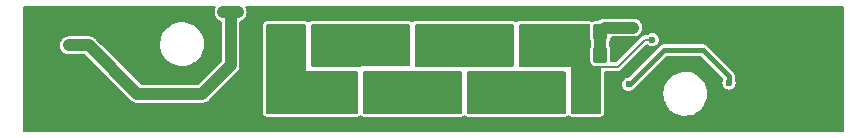
<source format=gbr>
%TF.GenerationSoftware,KiCad,Pcbnew,6.0.0*%
%TF.CreationDate,2022-01-04T22:10:12+01:00*%
%TF.ProjectId,mini_light,6d696e69-5f6c-4696-9768-742e6b696361,v1.1*%
%TF.SameCoordinates,Original*%
%TF.FileFunction,Copper,L2,Bot*%
%TF.FilePolarity,Positive*%
%FSLAX46Y46*%
G04 Gerber Fmt 4.6, Leading zero omitted, Abs format (unit mm)*
G04 Created by KiCad (PCBNEW 6.0.0) date 2022-01-04 22:10:12*
%MOMM*%
%LPD*%
G01*
G04 APERTURE LIST*
G04 Aperture macros list*
%AMRoundRect*
0 Rectangle with rounded corners*
0 $1 Rounding radius*
0 $2 $3 $4 $5 $6 $7 $8 $9 X,Y pos of 4 corners*
0 Add a 4 corners polygon primitive as box body*
4,1,4,$2,$3,$4,$5,$6,$7,$8,$9,$2,$3,0*
0 Add four circle primitives for the rounded corners*
1,1,$1+$1,$2,$3*
1,1,$1+$1,$4,$5*
1,1,$1+$1,$6,$7*
1,1,$1+$1,$8,$9*
0 Add four rect primitives between the rounded corners*
20,1,$1+$1,$2,$3,$4,$5,0*
20,1,$1+$1,$4,$5,$6,$7,0*
20,1,$1+$1,$6,$7,$8,$9,0*
20,1,$1+$1,$8,$9,$2,$3,0*%
G04 Aperture macros list end*
%TA.AperFunction,SMDPad,CuDef*%
%ADD10RoundRect,0.250000X-0.350000X-0.450000X0.350000X-0.450000X0.350000X0.450000X-0.350000X0.450000X0*%
%TD*%
%TA.AperFunction,SMDPad,CuDef*%
%ADD11R,1.650000X1.440000*%
%TD*%
%TA.AperFunction,SMDPad,CuDef*%
%ADD12R,2.060000X1.800000*%
%TD*%
%TA.AperFunction,SMDPad,CuDef*%
%ADD13R,0.790000X1.440000*%
%TD*%
%TA.AperFunction,SMDPad,CuDef*%
%ADD14R,0.600000X0.500000*%
%TD*%
%TA.AperFunction,SMDPad,CuDef*%
%ADD15R,0.990000X1.800000*%
%TD*%
%TA.AperFunction,ViaPad*%
%ADD16C,1.000000*%
%TD*%
%TA.AperFunction,ViaPad*%
%ADD17C,0.600000*%
%TD*%
%TA.AperFunction,Conductor*%
%ADD18C,1.000000*%
%TD*%
%TA.AperFunction,Conductor*%
%ADD19C,0.200000*%
%TD*%
%TA.AperFunction,Conductor*%
%ADD20C,0.450000*%
%TD*%
G04 APERTURE END LIST*
D10*
%TO.P,R2,1*%
%TO.N,Net-(D2-Pad2)*%
X132200000Y-96900000D03*
%TO.P,R2,2*%
%TO.N,+12V*%
X134200000Y-96900000D03*
%TD*%
%TO.P,R3,1*%
%TO.N,Net-(D2-Pad2)*%
X132200000Y-98800000D03*
%TO.P,R3,2*%
%TO.N,+12V*%
X134200000Y-98800000D03*
%TD*%
D11*
%TO.P,D2,1,K*%
%TO.N,Net-(D2-Pad1)*%
X130270000Y-102000000D03*
D12*
X130270000Y-102000000D03*
D13*
%TO.P,D2,2,A*%
%TO.N,Net-(D2-Pad2)*%
X132250000Y-102000000D03*
D14*
X132750000Y-102000000D03*
D15*
X132250000Y-102000000D03*
%TD*%
D11*
%TO.P,D3,1,K*%
%TO.N,Net-(D3-Pad1)*%
X121470000Y-102000000D03*
D12*
X121470000Y-102000000D03*
D14*
%TO.P,D3,2,A*%
%TO.N,Net-(D2-Pad1)*%
X123950000Y-102000000D03*
D13*
X123450000Y-102000000D03*
D15*
X123450000Y-102000000D03*
%TD*%
D12*
%TO.P,D7,1,K*%
%TO.N,Net-(D4-Pad1)*%
X108270000Y-98000000D03*
D11*
X108270000Y-98000000D03*
D15*
%TO.P,D7,2,A*%
%TO.N,Net-(D6-Pad1)*%
X110250000Y-98000000D03*
D13*
X110250000Y-98000000D03*
D14*
X110750000Y-98000000D03*
%TD*%
D11*
%TO.P,D5,1,K*%
%TO.N,Net-(D5-Pad1)*%
X125870000Y-98000000D03*
D12*
X125870000Y-98000000D03*
D13*
%TO.P,D5,2,A*%
%TO.N,Net-(D2-Pad2)*%
X127850000Y-98000000D03*
D15*
X127850000Y-98000000D03*
D14*
X128350000Y-98000000D03*
%TD*%
D11*
%TO.P,D6,1,K*%
%TO.N,Net-(D6-Pad1)*%
X117070000Y-98000000D03*
D12*
X117070000Y-98000000D03*
D14*
%TO.P,D6,2,A*%
%TO.N,Net-(D5-Pad1)*%
X119550000Y-98000000D03*
D15*
X119050000Y-98000000D03*
D13*
X119050000Y-98000000D03*
%TD*%
D12*
%TO.P,D4,1,K*%
%TO.N,Net-(D4-Pad1)*%
X112670000Y-102000000D03*
D11*
X112670000Y-102000000D03*
D14*
%TO.P,D4,2,A*%
%TO.N,Net-(D3-Pad1)*%
X115150000Y-102000000D03*
D13*
X114650000Y-102000000D03*
D15*
X114650000Y-102000000D03*
%TD*%
D16*
%TO.N,+12V*%
X135800000Y-96500000D03*
X137000000Y-96500000D03*
X102300000Y-95200000D03*
X103500000Y-95200000D03*
X89200000Y-98000000D03*
X90400000Y-98000000D03*
D17*
%TO.N,GND*%
X90155000Y-104651500D03*
X100315000Y-103381500D03*
X104125000Y-102111500D03*
X137145000Y-104651500D03*
X92695000Y-95761500D03*
X104125000Y-103381500D03*
X138415000Y-103381500D03*
X149845000Y-95761500D03*
X90155000Y-100841500D03*
X92695000Y-103381500D03*
X153655000Y-98301500D03*
X149845000Y-99571500D03*
X87615000Y-102111500D03*
X99045000Y-100841500D03*
X100400000Y-100400000D03*
X137145000Y-103381500D03*
X142225000Y-104651500D03*
X145000000Y-97300000D03*
X93965000Y-95761500D03*
X104125000Y-97031500D03*
X138415000Y-102111500D03*
X148575000Y-104651500D03*
X100315000Y-95761500D03*
X147305000Y-95761500D03*
X152385000Y-100841500D03*
X149845000Y-98301500D03*
X104125000Y-99571500D03*
X153655000Y-99571500D03*
X138400000Y-100800000D03*
X151115000Y-102111500D03*
X149845000Y-102111500D03*
X152385000Y-102111500D03*
X90155000Y-103381500D03*
X86345000Y-99571500D03*
X104125000Y-98301500D03*
X91425000Y-95761500D03*
X146035000Y-103381500D03*
X87615000Y-100841500D03*
X148575000Y-103381500D03*
X95235000Y-104651500D03*
X101585000Y-103381500D03*
X143495000Y-100841500D03*
X140900000Y-99600000D03*
X96505000Y-95761500D03*
X96505000Y-99571500D03*
X145000000Y-98900000D03*
X97775000Y-100841500D03*
X152385000Y-98301500D03*
X95235000Y-95761500D03*
X97775000Y-95761500D03*
X153655000Y-100841500D03*
X143495000Y-103381500D03*
X86345000Y-100841500D03*
X152385000Y-99571500D03*
X144765000Y-103381500D03*
X92695000Y-104651500D03*
X95300000Y-103400000D03*
X144765000Y-104651500D03*
X102855000Y-102111500D03*
X149845000Y-100841500D03*
X86345000Y-98301500D03*
X104125000Y-100841500D03*
X140955000Y-104651500D03*
X142200000Y-97600000D03*
X134100000Y-105000000D03*
X102855000Y-103381500D03*
X96505000Y-98301500D03*
X135875000Y-104651500D03*
X90155000Y-99571500D03*
X134900000Y-101800000D03*
X87615000Y-98301500D03*
X97100000Y-105000000D03*
X88885000Y-99571500D03*
X101585000Y-98301500D03*
X145600000Y-95000000D03*
X149845000Y-97031500D03*
X88885000Y-100841500D03*
X151115000Y-98301500D03*
X147305000Y-103381500D03*
X93965000Y-103381500D03*
X88885000Y-102111500D03*
X93965000Y-104651500D03*
X148575000Y-95761500D03*
X87615000Y-99571500D03*
X96505000Y-100841500D03*
X91425000Y-103381500D03*
X101585000Y-97031500D03*
X151115000Y-100841500D03*
X146035000Y-104651500D03*
X138307264Y-98358757D03*
X138415000Y-104651500D03*
X101300000Y-99500000D03*
X151115000Y-99571500D03*
X149845000Y-104651500D03*
X90155000Y-95761500D03*
X139600000Y-99600000D03*
X153655000Y-102111500D03*
X96505000Y-97031500D03*
X142225000Y-99571500D03*
X143495000Y-104651500D03*
X90155000Y-102111500D03*
X149845000Y-103381500D03*
X135600000Y-100600000D03*
X139685000Y-104651500D03*
X99045000Y-103381500D03*
X147305000Y-104651500D03*
X91425000Y-104651500D03*
X135300000Y-97700000D03*
X86345000Y-102111500D03*
%TO.N,Net-(D2-Pad1)*%
X124000000Y-101400000D03*
X125400000Y-102600000D03*
X128200000Y-102600000D03*
X131000000Y-101400000D03*
X126800000Y-101400000D03*
X131000000Y-102600000D03*
X125400000Y-101400000D03*
X130300000Y-102000000D03*
X128200000Y-101400000D03*
X129600000Y-102600000D03*
X124000000Y-102600000D03*
X129600000Y-101400000D03*
X126800000Y-102600000D03*
%TO.N,Net-(D3-Pad1)*%
X118000000Y-102600000D03*
X122200000Y-102600000D03*
X120800000Y-102600000D03*
X121500000Y-102000000D03*
X120800000Y-101400000D03*
X118000000Y-101400000D03*
X115200000Y-101400000D03*
X115200000Y-102600000D03*
X116600000Y-102600000D03*
X116600000Y-101400000D03*
X119400000Y-102600000D03*
X122200000Y-101400000D03*
X119400000Y-101400000D03*
%TO.N,Net-(D2-Pad2)*%
X138600000Y-97523415D03*
%TO.N,Net-(D5-Pad1)*%
X119600000Y-98600000D03*
X126600000Y-97400000D03*
X125900000Y-98000000D03*
X123800000Y-98600000D03*
X122400000Y-98600000D03*
X119600000Y-97400000D03*
X122400000Y-97400000D03*
X125200000Y-98600000D03*
X121000000Y-98600000D03*
X126600000Y-98600000D03*
X121000000Y-97400000D03*
X125200000Y-97400000D03*
X123800000Y-97400000D03*
%TO.N,Net-(D6-Pad1)*%
X117100000Y-98000000D03*
X110800000Y-97400000D03*
X110800000Y-98600000D03*
X116400000Y-98600000D03*
X117800000Y-97400000D03*
X115000000Y-98600000D03*
X112200000Y-97400000D03*
X112200000Y-98600000D03*
X113600000Y-97400000D03*
X113600000Y-98600000D03*
X117800000Y-98600000D03*
X115000000Y-97400000D03*
X116400000Y-97400000D03*
%TO.N,Ctrl*%
X136600000Y-101300000D03*
X145100000Y-101200000D03*
%TO.N,Net-(D4-Pad1)*%
X112000000Y-102600000D03*
X109000000Y-98600000D03*
X112000000Y-101400000D03*
X107800000Y-102600000D03*
X112700000Y-102000000D03*
X110600000Y-102600000D03*
X107600000Y-100000000D03*
X109200000Y-101400000D03*
X113400000Y-101400000D03*
X109200000Y-102600000D03*
X113400000Y-102600000D03*
X107600000Y-97400000D03*
X109000000Y-97400000D03*
X110600000Y-101400000D03*
X109000000Y-100000000D03*
X107800000Y-101400000D03*
X107600000Y-98600000D03*
X108300000Y-98000000D03*
%TD*%
D18*
%TO.N,+12V*%
X100500000Y-102100000D02*
X102900000Y-99700000D01*
X95000000Y-102100000D02*
X100500000Y-102100000D01*
X102300000Y-95200000D02*
X103500000Y-95200000D01*
X90900000Y-98000000D02*
X95000000Y-102100000D01*
X102900000Y-99700000D02*
X102900000Y-95200000D01*
X134200000Y-96900000D02*
X134600000Y-96500000D01*
X89200000Y-98000000D02*
X90900000Y-98000000D01*
X134600000Y-96500000D02*
X137000000Y-96500000D01*
X134200000Y-98800000D02*
X134200000Y-96900000D01*
D19*
%TO.N,Net-(D2-Pad2)*%
X133199520Y-99799520D02*
X132200000Y-98800000D01*
X135700480Y-99799520D02*
X133199520Y-99799520D01*
X138600000Y-97523415D02*
X137976585Y-97523415D01*
X137976585Y-97523415D02*
X135700480Y-99799520D01*
D20*
%TO.N,Ctrl*%
X136700000Y-101300000D02*
X139600000Y-98400000D01*
X145100000Y-100600000D02*
X145100000Y-101200000D01*
X136600000Y-101300000D02*
X136700000Y-101300000D01*
X142900000Y-98400000D02*
X145100000Y-100600000D01*
X139600000Y-98400000D02*
X142900000Y-98400000D01*
%TD*%
%TA.AperFunction,Conductor*%
%TO.N,GND*%
G36*
X101591234Y-94674002D02*
G01*
X101637727Y-94727658D01*
X101647831Y-94797932D01*
X101629024Y-94848256D01*
X101619909Y-94862400D01*
X101617499Y-94869021D01*
X101616626Y-94870780D01*
X101608230Y-94888725D01*
X101603368Y-94897096D01*
X101601245Y-94904104D01*
X101601245Y-94904105D01*
X101584979Y-94957811D01*
X101582796Y-94964365D01*
X101562015Y-95021463D01*
X101561132Y-95028454D01*
X101560710Y-95031794D01*
X101556296Y-95052516D01*
X101554491Y-95058475D01*
X101554490Y-95058479D01*
X101552370Y-95065480D01*
X101550585Y-95094264D01*
X101548678Y-95125004D01*
X101547928Y-95132980D01*
X101540800Y-95189399D01*
X101541488Y-95196414D01*
X101542194Y-95203619D01*
X101542553Y-95223715D01*
X101541929Y-95233767D01*
X101541929Y-95233773D01*
X101541476Y-95241080D01*
X101550931Y-95296108D01*
X101552147Y-95305127D01*
X101557318Y-95357862D01*
X101563052Y-95375098D01*
X101567671Y-95393524D01*
X101571271Y-95414477D01*
X101574134Y-95421206D01*
X101574135Y-95421209D01*
X101591636Y-95462338D01*
X101595251Y-95471893D01*
X101610748Y-95518479D01*
X101622161Y-95537323D01*
X101630319Y-95553250D01*
X101640156Y-95576368D01*
X101644495Y-95582264D01*
X101668713Y-95615173D01*
X101675007Y-95624583D01*
X101693453Y-95655040D01*
X101698435Y-95663267D01*
X101703326Y-95668332D01*
X101703327Y-95668333D01*
X101716418Y-95681889D01*
X101727262Y-95694733D01*
X101744437Y-95718071D01*
X101750021Y-95722815D01*
X101778236Y-95746786D01*
X101787292Y-95755282D01*
X101811127Y-95779964D01*
X101811131Y-95779967D01*
X101816021Y-95785031D01*
X101840923Y-95801326D01*
X101853505Y-95810731D01*
X101872941Y-95827243D01*
X101872945Y-95827246D01*
X101878520Y-95831982D01*
X101907549Y-95846805D01*
X101914601Y-95850406D01*
X101926293Y-95857191D01*
X101957660Y-95877717D01*
X101964260Y-95880171D01*
X101964261Y-95880172D01*
X101989172Y-95889436D01*
X102002556Y-95895318D01*
X102028687Y-95908662D01*
X102028693Y-95908664D01*
X102035212Y-95911993D01*
X102049449Y-95915477D01*
X102110861Y-95951094D01*
X102143270Y-96014262D01*
X102145500Y-96037865D01*
X102145500Y-99335286D01*
X102125498Y-99403407D01*
X102108595Y-99424381D01*
X100224381Y-101308595D01*
X100162069Y-101342621D01*
X100135286Y-101345500D01*
X95364714Y-101345500D01*
X95296593Y-101325498D01*
X95275619Y-101308595D01*
X91909210Y-97942186D01*
X96941018Y-97942186D01*
X96966579Y-98210100D01*
X96967664Y-98214534D01*
X96967665Y-98214540D01*
X97017877Y-98419740D01*
X97030547Y-98471518D01*
X97131583Y-98720963D01*
X97267569Y-98953210D01*
X97435658Y-99163395D01*
X97632327Y-99347113D01*
X97853457Y-99500516D01*
X98094416Y-99620391D01*
X98098750Y-99621812D01*
X98098753Y-99621813D01*
X98345823Y-99702807D01*
X98345829Y-99702808D01*
X98350156Y-99704227D01*
X98354647Y-99705007D01*
X98354648Y-99705007D01*
X98611538Y-99749611D01*
X98611546Y-99749612D01*
X98615319Y-99750267D01*
X98619156Y-99750458D01*
X98698777Y-99754422D01*
X98698785Y-99754422D01*
X98700348Y-99754500D01*
X98868374Y-99754500D01*
X98870642Y-99754335D01*
X98870654Y-99754335D01*
X99001457Y-99744844D01*
X99068425Y-99739985D01*
X99072880Y-99739001D01*
X99072883Y-99739001D01*
X99326770Y-99682947D01*
X99326772Y-99682946D01*
X99331226Y-99681963D01*
X99582900Y-99586613D01*
X99818172Y-99455931D01*
X99886995Y-99403407D01*
X100028491Y-99295421D01*
X100028495Y-99295417D01*
X100032116Y-99292654D01*
X100220249Y-99100203D01*
X100327242Y-98953210D01*
X100375942Y-98886304D01*
X100375947Y-98886297D01*
X100378630Y-98882610D01*
X100503941Y-98644433D01*
X100581578Y-98424583D01*
X100592034Y-98394975D01*
X100592034Y-98394974D01*
X100593557Y-98390662D01*
X100626956Y-98221209D01*
X100644720Y-98131083D01*
X100644721Y-98131077D01*
X100645601Y-98126611D01*
X100646247Y-98113642D01*
X100658755Y-97862383D01*
X100658755Y-97862377D01*
X100658982Y-97857814D01*
X100633421Y-97589900D01*
X100622425Y-97544960D01*
X100570539Y-97332920D01*
X100569453Y-97328482D01*
X100468417Y-97079037D01*
X100332431Y-96846790D01*
X100212272Y-96696538D01*
X100167194Y-96640171D01*
X100167193Y-96640169D01*
X100164342Y-96636605D01*
X99967673Y-96452887D01*
X99746543Y-96299484D01*
X99505584Y-96179609D01*
X99501250Y-96178188D01*
X99501247Y-96178187D01*
X99254177Y-96097193D01*
X99254171Y-96097192D01*
X99249844Y-96095773D01*
X99228229Y-96092020D01*
X98988462Y-96050389D01*
X98988454Y-96050388D01*
X98984681Y-96049733D01*
X98974718Y-96049237D01*
X98901223Y-96045578D01*
X98901215Y-96045578D01*
X98899652Y-96045500D01*
X98731626Y-96045500D01*
X98729358Y-96045665D01*
X98729346Y-96045665D01*
X98598543Y-96055156D01*
X98531575Y-96060015D01*
X98527120Y-96060999D01*
X98527117Y-96060999D01*
X98273230Y-96117053D01*
X98273228Y-96117054D01*
X98268774Y-96118037D01*
X98017100Y-96213387D01*
X98013114Y-96215601D01*
X98013112Y-96215602D01*
X97785821Y-96341851D01*
X97781828Y-96344069D01*
X97778196Y-96346841D01*
X97571509Y-96504579D01*
X97571505Y-96504583D01*
X97567884Y-96507346D01*
X97379751Y-96699797D01*
X97377066Y-96703486D01*
X97224058Y-96913696D01*
X97224053Y-96913703D01*
X97221370Y-96917390D01*
X97096059Y-97155567D01*
X97006443Y-97409338D01*
X96984609Y-97520117D01*
X96955428Y-97668169D01*
X96954399Y-97673389D01*
X96954172Y-97677942D01*
X96954172Y-97677945D01*
X96941374Y-97935041D01*
X96941018Y-97942186D01*
X91909210Y-97942186D01*
X91480724Y-97513700D01*
X91468337Y-97499287D01*
X91459904Y-97487828D01*
X91455563Y-97481929D01*
X91415521Y-97447911D01*
X91408005Y-97440981D01*
X91402362Y-97435338D01*
X91380202Y-97417806D01*
X91376816Y-97415030D01*
X91370117Y-97409338D01*
X91321480Y-97368018D01*
X91314960Y-97364689D01*
X91309982Y-97361369D01*
X91304909Y-97358236D01*
X91299167Y-97353693D01*
X91254721Y-97332920D01*
X91233383Y-97322947D01*
X91229433Y-97321016D01*
X91171307Y-97291336D01*
X91164788Y-97288007D01*
X91157678Y-97286267D01*
X91152058Y-97284177D01*
X91146407Y-97282297D01*
X91139778Y-97279199D01*
X91132614Y-97277709D01*
X91132611Y-97277708D01*
X91075770Y-97265886D01*
X91068686Y-97264413D01*
X91064427Y-97263449D01*
X90993892Y-97246189D01*
X90988295Y-97245842D01*
X90988290Y-97245841D01*
X90982786Y-97245500D01*
X90982788Y-97245466D01*
X90978729Y-97245223D01*
X90974695Y-97244863D01*
X90967527Y-97243372D01*
X90952708Y-97243773D01*
X90890585Y-97245454D01*
X90887177Y-97245500D01*
X90452667Y-97245500D01*
X90437748Y-97244614D01*
X90427332Y-97243372D01*
X90405301Y-97240745D01*
X90398298Y-97241481D01*
X90398297Y-97241481D01*
X90366623Y-97244810D01*
X90353453Y-97245500D01*
X89252667Y-97245500D01*
X89237748Y-97244614D01*
X89227332Y-97243372D01*
X89205301Y-97240745D01*
X89198298Y-97241481D01*
X89198295Y-97241481D01*
X89163537Y-97245134D01*
X89159054Y-97245500D01*
X89155947Y-97245500D01*
X89152301Y-97245925D01*
X89152302Y-97245925D01*
X89119079Y-97249798D01*
X89117659Y-97249956D01*
X89043959Y-97257702D01*
X89043958Y-97257702D01*
X89036957Y-97258438D01*
X89033092Y-97259753D01*
X89032512Y-97259890D01*
X89025246Y-97260738D01*
X88951635Y-97287458D01*
X88949252Y-97288295D01*
X88876717Y-97312988D01*
X88871772Y-97316030D01*
X88868517Y-97317383D01*
X88866742Y-97318272D01*
X88859866Y-97320768D01*
X88797940Y-97361369D01*
X88797395Y-97361726D01*
X88794332Y-97363671D01*
X88738545Y-97397991D01*
X88738538Y-97397996D01*
X88732544Y-97401684D01*
X88727515Y-97406608D01*
X88724206Y-97409194D01*
X88720451Y-97411884D01*
X88718849Y-97413223D01*
X88712732Y-97417234D01*
X88707699Y-97422546D01*
X88707700Y-97422546D01*
X88663902Y-97468780D01*
X88660587Y-97472150D01*
X88618158Y-97513700D01*
X88611605Y-97520117D01*
X88607787Y-97526042D01*
X88603337Y-97531498D01*
X88603123Y-97531323D01*
X88600418Y-97534770D01*
X88596771Y-97539646D01*
X88591736Y-97544960D01*
X88588059Y-97551290D01*
X88588057Y-97551293D01*
X88557976Y-97603081D01*
X88554935Y-97608050D01*
X88519909Y-97662400D01*
X88517499Y-97669021D01*
X88516626Y-97670780D01*
X88508230Y-97688725D01*
X88503368Y-97697096D01*
X88501245Y-97704104D01*
X88501245Y-97704105D01*
X88484979Y-97757811D01*
X88482796Y-97764365D01*
X88462015Y-97821463D01*
X88461132Y-97828454D01*
X88460710Y-97831794D01*
X88456296Y-97852516D01*
X88454491Y-97858475D01*
X88454490Y-97858479D01*
X88452370Y-97865480D01*
X88448829Y-97922575D01*
X88448678Y-97925004D01*
X88447928Y-97932980D01*
X88440800Y-97989399D01*
X88441488Y-97996414D01*
X88442194Y-98003619D01*
X88442553Y-98023715D01*
X88441929Y-98033767D01*
X88441929Y-98033773D01*
X88441476Y-98041080D01*
X88450931Y-98096108D01*
X88452147Y-98105127D01*
X88457318Y-98157862D01*
X88463052Y-98175098D01*
X88467671Y-98193524D01*
X88471271Y-98214477D01*
X88474134Y-98221206D01*
X88474135Y-98221209D01*
X88491636Y-98262338D01*
X88495251Y-98271893D01*
X88510748Y-98318479D01*
X88522161Y-98337323D01*
X88530319Y-98353250D01*
X88540156Y-98376368D01*
X88544495Y-98382264D01*
X88568713Y-98415173D01*
X88575007Y-98424583D01*
X88598435Y-98463267D01*
X88603326Y-98468332D01*
X88603327Y-98468333D01*
X88616418Y-98481889D01*
X88627262Y-98494733D01*
X88644437Y-98518071D01*
X88650021Y-98522815D01*
X88678236Y-98546786D01*
X88687292Y-98555282D01*
X88711127Y-98579964D01*
X88711131Y-98579967D01*
X88716021Y-98585031D01*
X88740923Y-98601326D01*
X88753505Y-98610731D01*
X88772941Y-98627243D01*
X88772945Y-98627246D01*
X88778520Y-98631982D01*
X88785034Y-98635308D01*
X88814601Y-98650406D01*
X88826293Y-98657191D01*
X88857660Y-98677717D01*
X88864260Y-98680171D01*
X88864261Y-98680172D01*
X88889172Y-98689436D01*
X88902556Y-98695318D01*
X88928687Y-98708662D01*
X88928693Y-98708664D01*
X88935212Y-98711993D01*
X88970842Y-98720711D01*
X88984791Y-98724996D01*
X89016315Y-98736720D01*
X89040859Y-98739995D01*
X89053472Y-98741678D01*
X89066754Y-98744182D01*
X89100651Y-98752476D01*
X89100655Y-98752477D01*
X89106108Y-98753811D01*
X89111705Y-98754158D01*
X89111710Y-98754159D01*
X89115275Y-98754380D01*
X89115284Y-98754380D01*
X89117214Y-98754500D01*
X89141204Y-98754500D01*
X89157868Y-98755607D01*
X89177118Y-98758176D01*
X89177122Y-98758176D01*
X89184099Y-98759107D01*
X89191110Y-98758469D01*
X89191114Y-98758469D01*
X89229020Y-98755019D01*
X89240439Y-98754500D01*
X90341204Y-98754500D01*
X90357868Y-98755607D01*
X90377118Y-98758176D01*
X90377122Y-98758176D01*
X90384099Y-98759107D01*
X90391110Y-98758469D01*
X90391114Y-98758469D01*
X90429020Y-98755019D01*
X90440439Y-98754500D01*
X90535285Y-98754500D01*
X90603406Y-98774502D01*
X90624380Y-98791405D01*
X94419279Y-102586304D01*
X94431666Y-102600716D01*
X94444437Y-102618071D01*
X94453369Y-102625659D01*
X94484472Y-102652083D01*
X94491988Y-102659013D01*
X94497638Y-102664663D01*
X94500507Y-102666933D01*
X94500515Y-102666940D01*
X94519786Y-102682186D01*
X94523186Y-102684973D01*
X94535819Y-102695705D01*
X94578520Y-102731982D01*
X94585036Y-102735309D01*
X94590004Y-102738622D01*
X94595090Y-102741763D01*
X94600833Y-102746307D01*
X94607467Y-102749407D01*
X94607466Y-102749407D01*
X94666617Y-102777053D01*
X94670567Y-102778984D01*
X94735212Y-102811993D01*
X94742322Y-102813733D01*
X94747934Y-102815820D01*
X94753591Y-102817702D01*
X94760222Y-102820801D01*
X94767387Y-102822291D01*
X94767389Y-102822292D01*
X94831328Y-102835591D01*
X94835612Y-102836561D01*
X94906108Y-102853811D01*
X94911710Y-102854159D01*
X94911713Y-102854159D01*
X94917214Y-102854500D01*
X94917212Y-102854534D01*
X94921250Y-102854777D01*
X94925311Y-102855139D01*
X94932473Y-102856629D01*
X95009452Y-102854546D01*
X95012860Y-102854500D01*
X100433235Y-102854500D01*
X100452185Y-102855933D01*
X100466255Y-102858074D01*
X100466259Y-102858074D01*
X100473489Y-102859174D01*
X100480780Y-102858581D01*
X100480783Y-102858581D01*
X100525848Y-102854915D01*
X100536063Y-102854500D01*
X100544053Y-102854500D01*
X100551302Y-102853655D01*
X100572113Y-102851229D01*
X100576487Y-102850796D01*
X100641549Y-102845504D01*
X100641552Y-102845503D01*
X100648847Y-102844910D01*
X100655809Y-102842655D01*
X100661677Y-102841482D01*
X100667484Y-102840110D01*
X100674754Y-102839262D01*
X100743060Y-102814468D01*
X100747163Y-102813060D01*
X100816222Y-102790688D01*
X100822479Y-102786891D01*
X100827926Y-102784398D01*
X100833254Y-102781730D01*
X100840134Y-102779232D01*
X100900849Y-102739426D01*
X100904559Y-102737085D01*
X100961838Y-102702327D01*
X100961840Y-102702325D01*
X100966633Y-102699417D01*
X100974974Y-102692051D01*
X100974996Y-102692076D01*
X100978041Y-102689376D01*
X100981146Y-102686780D01*
X100987268Y-102682766D01*
X101040216Y-102626873D01*
X101042593Y-102624432D01*
X103386304Y-100280721D01*
X103400717Y-100268334D01*
X103412172Y-100259904D01*
X103418071Y-100255563D01*
X103452083Y-100215528D01*
X103459013Y-100208012D01*
X103464663Y-100202362D01*
X103466933Y-100199493D01*
X103466940Y-100199485D01*
X103482186Y-100180214D01*
X103484973Y-100176814D01*
X103527247Y-100127054D01*
X103527248Y-100127052D01*
X103531982Y-100121480D01*
X103535309Y-100114964D01*
X103538622Y-100109996D01*
X103541763Y-100104910D01*
X103546307Y-100099167D01*
X103577053Y-100033383D01*
X103578984Y-100029433D01*
X103608664Y-99971307D01*
X103611993Y-99964788D01*
X103613733Y-99957678D01*
X103615820Y-99952066D01*
X103617702Y-99946409D01*
X103620801Y-99939778D01*
X103635592Y-99868667D01*
X103636562Y-99864383D01*
X103652476Y-99799346D01*
X103653811Y-99793892D01*
X103654500Y-99782786D01*
X103654534Y-99782788D01*
X103654777Y-99778750D01*
X103655139Y-99774689D01*
X103656629Y-99767527D01*
X103654546Y-99690548D01*
X103654500Y-99687140D01*
X103654500Y-96034922D01*
X103674502Y-95966801D01*
X103728158Y-95920308D01*
X103737509Y-95916483D01*
X103742906Y-95914524D01*
X103746961Y-95913130D01*
X103806960Y-95893635D01*
X103806963Y-95893634D01*
X103813659Y-95891458D01*
X103819708Y-95887852D01*
X103826123Y-95884942D01*
X103826307Y-95885348D01*
X103826766Y-95885130D01*
X103826706Y-95885009D01*
X103833259Y-95881728D01*
X103840134Y-95879232D01*
X103846251Y-95875221D01*
X103846258Y-95875218D01*
X103897630Y-95841537D01*
X103902196Y-95838681D01*
X103952995Y-95808398D01*
X103953000Y-95808394D01*
X103959056Y-95804784D01*
X103964163Y-95799920D01*
X103969765Y-95795668D01*
X103969787Y-95795697D01*
X103980465Y-95787226D01*
X103981151Y-95786777D01*
X103981154Y-95786774D01*
X103987268Y-95782766D01*
X103992296Y-95777458D01*
X103992300Y-95777455D01*
X104031943Y-95735606D01*
X104036524Y-95731013D01*
X104045133Y-95722815D01*
X104081638Y-95688052D01*
X104086543Y-95680669D01*
X104100014Y-95663749D01*
X104103228Y-95660356D01*
X104108264Y-95655040D01*
X104138984Y-95602152D01*
X104142990Y-95595711D01*
X104171414Y-95552930D01*
X104171418Y-95552923D01*
X104175311Y-95547063D01*
X104179833Y-95535159D01*
X104188665Y-95516621D01*
X104192955Y-95509235D01*
X104192956Y-95509233D01*
X104196632Y-95502904D01*
X104213265Y-95447985D01*
X104216051Y-95439815D01*
X104235420Y-95388824D01*
X104236400Y-95381854D01*
X104236401Y-95381848D01*
X104237731Y-95372380D01*
X104241912Y-95353397D01*
X104247630Y-95334520D01*
X104249453Y-95305135D01*
X104250945Y-95281093D01*
X104251929Y-95271361D01*
X104258426Y-95225126D01*
X104258978Y-95221200D01*
X104259274Y-95200000D01*
X104258373Y-95191967D01*
X104257829Y-95170118D01*
X104258524Y-95158920D01*
X104248039Y-95097901D01*
X104247004Y-95090608D01*
X104241191Y-95038783D01*
X104240406Y-95031784D01*
X104236469Y-95020479D01*
X104231284Y-95000393D01*
X104229968Y-94992734D01*
X104228729Y-94985523D01*
X104205972Y-94932042D01*
X104202927Y-94924158D01*
X104187056Y-94878584D01*
X104187054Y-94878580D01*
X104184738Y-94871929D01*
X104178784Y-94862400D01*
X104176349Y-94858502D01*
X104167265Y-94841072D01*
X104162271Y-94829336D01*
X104154004Y-94758822D01*
X104185171Y-94695032D01*
X104245878Y-94658219D01*
X104278211Y-94654000D01*
X154720000Y-94654000D01*
X154788121Y-94674002D01*
X154834614Y-94727658D01*
X154846000Y-94780000D01*
X154846000Y-105220000D01*
X154825998Y-105288121D01*
X154772342Y-105334614D01*
X154720000Y-105346000D01*
X85480000Y-105346000D01*
X85411879Y-105325998D01*
X85365386Y-105272342D01*
X85354000Y-105220000D01*
X85354000Y-103674000D01*
X105646000Y-103674000D01*
X105646360Y-103677347D01*
X105646360Y-103677351D01*
X105648851Y-103700516D01*
X105651804Y-103727990D01*
X105652522Y-103731290D01*
X105652522Y-103731291D01*
X105656567Y-103749884D01*
X105663190Y-103780332D01*
X105670384Y-103806555D01*
X105678263Y-103820391D01*
X105716362Y-103887298D01*
X105716365Y-103887302D01*
X105719425Y-103892676D01*
X105728204Y-103902807D01*
X105761604Y-103941353D01*
X105765918Y-103946332D01*
X105798502Y-103977773D01*
X105886319Y-104023709D01*
X105954440Y-104043711D01*
X105958899Y-104044352D01*
X105958903Y-104044353D01*
X105980639Y-104047478D01*
X106026000Y-104054000D01*
X113574000Y-104054000D01*
X113577347Y-104053640D01*
X113577351Y-104053640D01*
X113624626Y-104048558D01*
X113624633Y-104048557D01*
X113627990Y-104048196D01*
X113631291Y-104047478D01*
X113678678Y-104037170D01*
X113678685Y-104037168D01*
X113680332Y-104036810D01*
X113706555Y-104029616D01*
X113747320Y-104006403D01*
X113787298Y-103983638D01*
X113787302Y-103983635D01*
X113792676Y-103980575D01*
X113797351Y-103976524D01*
X113797354Y-103976522D01*
X113815566Y-103960741D01*
X113880147Y-103931248D01*
X113950421Y-103941353D01*
X113985568Y-103965293D01*
X113992019Y-103971518D01*
X113992021Y-103971520D01*
X113998502Y-103977773D01*
X114086319Y-104023709D01*
X114154440Y-104043711D01*
X114158899Y-104044352D01*
X114158903Y-104044353D01*
X114180639Y-104047478D01*
X114226000Y-104054000D01*
X122374000Y-104054000D01*
X122377347Y-104053640D01*
X122377351Y-104053640D01*
X122424626Y-104048558D01*
X122424633Y-104048557D01*
X122427990Y-104048196D01*
X122431291Y-104047478D01*
X122478678Y-104037170D01*
X122478685Y-104037168D01*
X122480332Y-104036810D01*
X122506555Y-104029616D01*
X122547320Y-104006403D01*
X122587298Y-103983638D01*
X122587302Y-103983635D01*
X122592676Y-103980575D01*
X122597351Y-103976524D01*
X122597354Y-103976522D01*
X122615566Y-103960741D01*
X122680147Y-103931248D01*
X122750421Y-103941353D01*
X122785568Y-103965293D01*
X122792019Y-103971518D01*
X122792021Y-103971520D01*
X122798502Y-103977773D01*
X122886319Y-104023709D01*
X122954440Y-104043711D01*
X122958899Y-104044352D01*
X122958903Y-104044353D01*
X122980639Y-104047478D01*
X123026000Y-104054000D01*
X131174000Y-104054000D01*
X131177347Y-104053640D01*
X131177351Y-104053640D01*
X131224626Y-104048558D01*
X131224633Y-104048557D01*
X131227990Y-104048196D01*
X131231291Y-104047478D01*
X131278678Y-104037170D01*
X131278685Y-104037168D01*
X131280332Y-104036810D01*
X131306555Y-104029616D01*
X131347320Y-104006403D01*
X131387298Y-103983638D01*
X131387302Y-103983635D01*
X131392676Y-103980575D01*
X131397351Y-103976524D01*
X131397354Y-103976522D01*
X131415566Y-103960741D01*
X131480147Y-103931248D01*
X131550421Y-103941353D01*
X131585568Y-103965293D01*
X131592019Y-103971518D01*
X131592021Y-103971520D01*
X131598502Y-103977773D01*
X131686319Y-104023709D01*
X131754440Y-104043711D01*
X131758899Y-104044352D01*
X131758903Y-104044353D01*
X131780639Y-104047478D01*
X131826000Y-104054000D01*
X134174000Y-104054000D01*
X134177347Y-104053640D01*
X134177351Y-104053640D01*
X134224626Y-104048558D01*
X134224633Y-104048557D01*
X134227990Y-104048196D01*
X134231291Y-104047478D01*
X134278678Y-104037170D01*
X134278685Y-104037168D01*
X134280332Y-104036810D01*
X134306555Y-104029616D01*
X134347320Y-104006403D01*
X134387298Y-103983638D01*
X134387302Y-103983635D01*
X134392676Y-103980575D01*
X134427433Y-103950458D01*
X134444209Y-103935922D01*
X134444214Y-103935917D01*
X134446332Y-103934082D01*
X134477773Y-103901498D01*
X134523709Y-103813681D01*
X134543711Y-103745560D01*
X134554000Y-103674000D01*
X134554000Y-102142186D01*
X139541018Y-102142186D01*
X139566579Y-102410100D01*
X139630547Y-102671518D01*
X139731583Y-102920963D01*
X139867569Y-103153210D01*
X140035658Y-103363395D01*
X140232327Y-103547113D01*
X140453457Y-103700516D01*
X140694416Y-103820391D01*
X140698750Y-103821812D01*
X140698753Y-103821813D01*
X140945823Y-103902807D01*
X140945829Y-103902808D01*
X140950156Y-103904227D01*
X140954647Y-103905007D01*
X140954648Y-103905007D01*
X141211538Y-103949611D01*
X141211546Y-103949612D01*
X141215319Y-103950267D01*
X141219156Y-103950458D01*
X141298777Y-103954422D01*
X141298785Y-103954422D01*
X141300348Y-103954500D01*
X141468374Y-103954500D01*
X141470642Y-103954335D01*
X141470654Y-103954335D01*
X141610208Y-103944209D01*
X141668425Y-103939985D01*
X141672880Y-103939001D01*
X141672883Y-103939001D01*
X141926770Y-103882947D01*
X141926772Y-103882946D01*
X141931226Y-103881963D01*
X142182900Y-103786613D01*
X142256810Y-103745560D01*
X142414179Y-103658149D01*
X142414180Y-103658148D01*
X142418172Y-103655931D01*
X142564842Y-103543996D01*
X142628491Y-103495421D01*
X142628495Y-103495417D01*
X142632116Y-103492654D01*
X142820249Y-103300203D01*
X142927242Y-103153210D01*
X142975942Y-103086304D01*
X142975947Y-103086297D01*
X142978630Y-103082610D01*
X143103941Y-102844433D01*
X143193557Y-102590662D01*
X143218688Y-102463156D01*
X143244720Y-102331083D01*
X143244721Y-102331077D01*
X143245601Y-102326611D01*
X143254782Y-102142186D01*
X143258755Y-102062383D01*
X143258755Y-102062377D01*
X143258982Y-102057814D01*
X143233421Y-101789900D01*
X143232065Y-101784355D01*
X143170539Y-101532920D01*
X143169453Y-101528482D01*
X143068417Y-101279037D01*
X142932431Y-101046790D01*
X142764342Y-100836605D01*
X142567673Y-100652887D01*
X142346543Y-100499484D01*
X142105584Y-100379609D01*
X142101250Y-100378188D01*
X142101247Y-100378187D01*
X141854177Y-100297193D01*
X141854171Y-100297192D01*
X141849844Y-100295773D01*
X141801379Y-100287358D01*
X141588462Y-100250389D01*
X141588454Y-100250388D01*
X141584681Y-100249733D01*
X141574718Y-100249237D01*
X141501223Y-100245578D01*
X141501215Y-100245578D01*
X141499652Y-100245500D01*
X141331626Y-100245500D01*
X141329358Y-100245665D01*
X141329346Y-100245665D01*
X141198543Y-100255156D01*
X141131575Y-100260015D01*
X141127120Y-100260999D01*
X141127117Y-100260999D01*
X140873230Y-100317053D01*
X140873228Y-100317054D01*
X140868774Y-100318037D01*
X140617100Y-100413387D01*
X140613114Y-100415601D01*
X140613112Y-100415602D01*
X140491089Y-100483380D01*
X140381828Y-100544069D01*
X140378196Y-100546841D01*
X140171509Y-100704579D01*
X140171505Y-100704583D01*
X140167884Y-100707346D01*
X139979751Y-100899797D01*
X139977066Y-100903486D01*
X139824058Y-101113696D01*
X139824053Y-101113703D01*
X139821370Y-101117390D01*
X139696059Y-101355567D01*
X139606443Y-101609338D01*
X139590757Y-101688923D01*
X139557179Y-101859285D01*
X139554399Y-101873389D01*
X139554172Y-101877942D01*
X139554172Y-101877945D01*
X139544991Y-102062383D01*
X139541018Y-102142186D01*
X134554000Y-102142186D01*
X134554000Y-101300000D01*
X136040715Y-101300000D01*
X136059772Y-101444754D01*
X136062931Y-101452380D01*
X136094454Y-101528482D01*
X136115645Y-101579642D01*
X136204526Y-101695474D01*
X136211076Y-101700500D01*
X136211079Y-101700503D01*
X136287685Y-101759285D01*
X136320357Y-101784355D01*
X136455246Y-101840228D01*
X136600000Y-101859285D01*
X136608188Y-101858207D01*
X136736566Y-101841306D01*
X136744754Y-101840228D01*
X136879643Y-101784355D01*
X136912315Y-101759285D01*
X136988921Y-101700503D01*
X136988924Y-101700500D01*
X136995474Y-101695474D01*
X137026242Y-101655375D01*
X137043957Y-101636627D01*
X137044311Y-101636322D01*
X137065049Y-101618453D01*
X137069928Y-101610925D01*
X137075834Y-101604156D01*
X137075901Y-101604215D01*
X137084381Y-101593734D01*
X139761711Y-98916405D01*
X139824023Y-98882379D01*
X139850806Y-98879500D01*
X142649195Y-98879500D01*
X142717316Y-98899502D01*
X142738290Y-98916405D01*
X144583595Y-100761710D01*
X144617621Y-100824022D01*
X144620500Y-100850805D01*
X144620500Y-100883573D01*
X144610909Y-100931791D01*
X144559772Y-101055246D01*
X144540715Y-101200000D01*
X144541793Y-101208188D01*
X144555012Y-101308595D01*
X144559772Y-101344754D01*
X144579578Y-101392570D01*
X144604353Y-101452380D01*
X144615645Y-101479642D01*
X144620672Y-101486193D01*
X144692378Y-101579642D01*
X144704526Y-101595474D01*
X144711076Y-101600500D01*
X144711079Y-101600503D01*
X144782591Y-101655376D01*
X144820357Y-101684355D01*
X144955246Y-101740228D01*
X145100000Y-101759285D01*
X145108188Y-101758207D01*
X145236566Y-101741306D01*
X145244754Y-101740228D01*
X145379643Y-101684355D01*
X145417409Y-101655376D01*
X145488921Y-101600503D01*
X145488924Y-101600500D01*
X145495474Y-101595474D01*
X145507623Y-101579642D01*
X145579328Y-101486193D01*
X145584355Y-101479642D01*
X145595648Y-101452380D01*
X145620422Y-101392570D01*
X145640228Y-101344754D01*
X145644989Y-101308595D01*
X145658207Y-101208188D01*
X145659285Y-101200000D01*
X145640228Y-101055246D01*
X145589091Y-100931791D01*
X145579500Y-100883573D01*
X145579500Y-100667825D01*
X145580754Y-100656600D01*
X145580170Y-100656553D01*
X145580890Y-100647607D01*
X145582871Y-100638851D01*
X145579742Y-100588416D01*
X145579500Y-100580615D01*
X145579500Y-100565569D01*
X145578143Y-100556092D01*
X145577113Y-100546037D01*
X145574922Y-100510726D01*
X145574366Y-100501764D01*
X145571318Y-100493320D01*
X145570106Y-100487469D01*
X145567908Y-100478656D01*
X145566232Y-100472923D01*
X145564959Y-100464036D01*
X145546598Y-100423654D01*
X145542800Y-100414325D01*
X145527728Y-100372573D01*
X145522433Y-100365325D01*
X145519646Y-100360083D01*
X145515046Y-100352211D01*
X145511826Y-100347176D01*
X145508110Y-100339003D01*
X145479161Y-100305405D01*
X145472879Y-100297494D01*
X145468346Y-100291290D01*
X145468344Y-100291288D01*
X145465473Y-100287358D01*
X145455317Y-100277202D01*
X145448959Y-100270355D01*
X145424310Y-100241748D01*
X145424309Y-100241747D01*
X145418453Y-100234951D01*
X145410926Y-100230072D01*
X145404156Y-100224166D01*
X145404215Y-100224099D01*
X145393734Y-100215619D01*
X143287019Y-98108904D01*
X143279968Y-98100079D01*
X143279521Y-98100459D01*
X143273703Y-98093623D01*
X143268913Y-98086031D01*
X143231027Y-98052571D01*
X143225340Y-98047225D01*
X143214711Y-98036596D01*
X143209836Y-98032942D01*
X143207048Y-98030852D01*
X143199217Y-98024476D01*
X143172693Y-98001052D01*
X143165964Y-97995109D01*
X143157836Y-97991293D01*
X143152858Y-97988023D01*
X143145035Y-97983322D01*
X143139816Y-97980465D01*
X143132635Y-97975083D01*
X143091100Y-97959512D01*
X143081799Y-97955593D01*
X143041634Y-97936736D01*
X143032767Y-97935355D01*
X143027091Y-97933620D01*
X143018214Y-97931292D01*
X143012428Y-97930020D01*
X143004025Y-97926870D01*
X142978917Y-97925004D01*
X142959800Y-97923583D01*
X142949763Y-97922432D01*
X142937357Y-97920500D01*
X142922990Y-97920500D01*
X142913652Y-97920154D01*
X142867052Y-97916691D01*
X142858276Y-97918564D01*
X142849319Y-97919175D01*
X142849313Y-97919085D01*
X142835909Y-97920500D01*
X139667821Y-97920500D01*
X139656601Y-97919246D01*
X139656554Y-97919831D01*
X139647606Y-97919111D01*
X139638851Y-97917130D01*
X139590104Y-97920154D01*
X139588427Y-97920258D01*
X139580626Y-97920500D01*
X139565569Y-97920500D01*
X139556082Y-97921859D01*
X139546025Y-97922889D01*
X139501764Y-97925634D01*
X139493315Y-97928684D01*
X139487465Y-97929896D01*
X139478648Y-97932094D01*
X139472921Y-97933769D01*
X139464036Y-97935041D01*
X139423650Y-97953404D01*
X139414298Y-97957210D01*
X139381020Y-97969223D01*
X139381016Y-97969225D01*
X139372573Y-97972273D01*
X139365320Y-97977572D01*
X139360071Y-97980363D01*
X139352195Y-97984965D01*
X139347179Y-97988173D01*
X139339003Y-97991890D01*
X139305402Y-98020842D01*
X139297489Y-98027125D01*
X139287357Y-98034527D01*
X139277195Y-98044689D01*
X139270349Y-98051046D01*
X139234951Y-98081547D01*
X139230067Y-98089082D01*
X139224168Y-98095844D01*
X139224100Y-98095784D01*
X139215622Y-98106262D01*
X136608559Y-100713326D01*
X136546247Y-100747351D01*
X136535915Y-100749152D01*
X136493321Y-100754759D01*
X136463433Y-100758694D01*
X136463432Y-100758694D01*
X136455246Y-100759772D01*
X136447619Y-100762931D01*
X136447620Y-100762931D01*
X136327986Y-100812485D01*
X136327984Y-100812486D01*
X136320358Y-100815645D01*
X136204526Y-100904526D01*
X136199503Y-100911072D01*
X136192378Y-100920358D01*
X136115645Y-101020358D01*
X136112486Y-101027984D01*
X136112485Y-101027986D01*
X136103062Y-101050735D01*
X136059772Y-101155246D01*
X136040715Y-101300000D01*
X134554000Y-101300000D01*
X134554000Y-100280020D01*
X134574002Y-100211899D01*
X134627658Y-100165406D01*
X134680000Y-100154020D01*
X135649223Y-100154020D01*
X135669017Y-100156126D01*
X135673370Y-100156331D01*
X135683550Y-100158523D01*
X135714220Y-100154893D01*
X135719563Y-100154578D01*
X135719552Y-100154448D01*
X135724732Y-100154020D01*
X135729931Y-100154020D01*
X135735055Y-100153167D01*
X135735068Y-100153166D01*
X135747521Y-100151093D01*
X135753396Y-100150256D01*
X135790409Y-100145875D01*
X135800750Y-100144651D01*
X135808458Y-100140950D01*
X135816897Y-100139545D01*
X135858881Y-100116891D01*
X135864144Y-100114210D01*
X135878484Y-100107324D01*
X135907138Y-100093565D01*
X135911130Y-100090209D01*
X135913077Y-100088262D01*
X135914702Y-100086772D01*
X135915134Y-100086539D01*
X135915167Y-100086575D01*
X135915325Y-100086436D01*
X135920760Y-100083503D01*
X135954837Y-100046639D01*
X135958266Y-100043073D01*
X138057318Y-97944021D01*
X138119630Y-97909995D01*
X138190445Y-97915060D01*
X138223112Y-97933151D01*
X138320357Y-98007770D01*
X138455246Y-98063643D01*
X138600000Y-98082700D01*
X138608188Y-98081622D01*
X138736566Y-98064721D01*
X138744754Y-98063643D01*
X138879643Y-98007770D01*
X138892700Y-97997751D01*
X138988921Y-97923918D01*
X138988924Y-97923915D01*
X138995474Y-97918889D01*
X139026915Y-97877915D01*
X139064867Y-97828454D01*
X139084355Y-97803057D01*
X139140228Y-97668169D01*
X139150999Y-97586358D01*
X139158207Y-97531603D01*
X139159285Y-97523415D01*
X139148909Y-97444602D01*
X139141306Y-97386847D01*
X139141305Y-97386845D01*
X139140228Y-97378661D01*
X139117150Y-97322947D01*
X139087515Y-97251401D01*
X139087514Y-97251399D01*
X139084355Y-97243773D01*
X139027570Y-97169769D01*
X139000501Y-97134492D01*
X139000500Y-97134491D01*
X138995474Y-97127941D01*
X138988924Y-97122915D01*
X138988921Y-97122912D01*
X138886196Y-97044088D01*
X138886194Y-97044087D01*
X138879643Y-97039060D01*
X138744754Y-96983187D01*
X138600000Y-96964130D01*
X138591812Y-96965208D01*
X138463432Y-96982109D01*
X138463430Y-96982110D01*
X138455246Y-96983187D01*
X138407430Y-97002993D01*
X138327986Y-97035900D01*
X138327984Y-97035901D01*
X138320358Y-97039060D01*
X138204526Y-97127941D01*
X138200989Y-97132550D01*
X138139673Y-97166035D01*
X138112886Y-97168915D01*
X138027843Y-97168915D01*
X138008049Y-97166809D01*
X138003696Y-97166604D01*
X137993516Y-97164412D01*
X137962847Y-97168042D01*
X137957502Y-97168357D01*
X137957513Y-97168487D01*
X137952335Y-97168915D01*
X137947134Y-97168915D01*
X137929549Y-97171842D01*
X137923672Y-97172679D01*
X137876315Y-97178284D01*
X137868607Y-97181985D01*
X137860168Y-97183390D01*
X137845216Y-97191458D01*
X137818200Y-97206035D01*
X137812909Y-97208731D01*
X137777068Y-97225941D01*
X137777065Y-97225943D01*
X137769928Y-97229370D01*
X137765935Y-97232726D01*
X137764009Y-97234652D01*
X137762359Y-97236165D01*
X137761923Y-97236401D01*
X137761891Y-97236366D01*
X137761740Y-97236499D01*
X137756305Y-97239432D01*
X137749236Y-97247079D01*
X137722228Y-97276296D01*
X137718799Y-97279862D01*
X136645409Y-98353253D01*
X135590547Y-99408115D01*
X135528235Y-99442140D01*
X135501452Y-99445020D01*
X135178931Y-99445020D01*
X135110810Y-99425018D01*
X135064317Y-99371362D01*
X135053668Y-99305410D01*
X135054500Y-99297756D01*
X135054500Y-98302244D01*
X135051203Y-98271899D01*
X135048651Y-98248403D01*
X135048651Y-98248402D01*
X135047798Y-98240552D01*
X134997071Y-98105236D01*
X134979674Y-98082023D01*
X134954826Y-98015517D01*
X134954500Y-98006458D01*
X134954500Y-97693542D01*
X134974502Y-97625421D01*
X134979674Y-97617977D01*
X134991688Y-97601947D01*
X134991689Y-97601946D01*
X134997071Y-97594764D01*
X135037159Y-97487828D01*
X135045026Y-97466843D01*
X135045026Y-97466841D01*
X135047798Y-97459448D01*
X135054500Y-97397756D01*
X135054500Y-97380500D01*
X135074502Y-97312379D01*
X135128158Y-97265886D01*
X135180500Y-97254500D01*
X135741204Y-97254500D01*
X135757868Y-97255607D01*
X135777118Y-97258176D01*
X135777122Y-97258176D01*
X135784099Y-97259107D01*
X135791110Y-97258469D01*
X135791114Y-97258469D01*
X135829020Y-97255019D01*
X135840439Y-97254500D01*
X136941204Y-97254500D01*
X136957868Y-97255607D01*
X136977118Y-97258176D01*
X136977122Y-97258176D01*
X136984099Y-97259107D01*
X136991110Y-97258469D01*
X136991114Y-97258469D01*
X137029020Y-97255019D01*
X137040219Y-97254510D01*
X137040391Y-97254500D01*
X137044053Y-97254500D01*
X137047687Y-97254076D01*
X137047692Y-97254076D01*
X137075632Y-97250818D01*
X137078805Y-97250488D01*
X137126046Y-97246189D01*
X137152673Y-97243766D01*
X137159371Y-97241590D01*
X137160063Y-97241448D01*
X137165558Y-97240565D01*
X137167483Y-97240110D01*
X137174754Y-97239262D01*
X137242913Y-97214522D01*
X137246961Y-97213130D01*
X137306960Y-97193635D01*
X137306963Y-97193634D01*
X137313659Y-97191458D01*
X137319708Y-97187852D01*
X137326123Y-97184942D01*
X137326307Y-97185348D01*
X137326766Y-97185130D01*
X137326706Y-97185009D01*
X137333259Y-97181728D01*
X137340134Y-97179232D01*
X137346251Y-97175221D01*
X137346258Y-97175218D01*
X137397630Y-97141537D01*
X137402196Y-97138681D01*
X137452995Y-97108398D01*
X137453000Y-97108394D01*
X137459056Y-97104784D01*
X137464163Y-97099920D01*
X137469765Y-97095668D01*
X137469787Y-97095697D01*
X137480465Y-97087226D01*
X137481151Y-97086777D01*
X137481154Y-97086774D01*
X137487268Y-97082766D01*
X137492296Y-97077458D01*
X137492300Y-97077455D01*
X137528671Y-97039060D01*
X137531946Y-97035603D01*
X137536524Y-97031013D01*
X137581638Y-96988052D01*
X137586543Y-96980669D01*
X137600014Y-96963749D01*
X137603228Y-96960356D01*
X137608264Y-96955040D01*
X137638984Y-96902152D01*
X137642990Y-96895711D01*
X137671414Y-96852930D01*
X137671418Y-96852923D01*
X137675311Y-96847063D01*
X137679833Y-96835159D01*
X137688665Y-96816621D01*
X137692955Y-96809235D01*
X137692956Y-96809233D01*
X137696632Y-96802904D01*
X137713265Y-96747985D01*
X137716051Y-96739815D01*
X137735420Y-96688824D01*
X137736400Y-96681854D01*
X137736401Y-96681848D01*
X137737731Y-96672380D01*
X137741912Y-96653397D01*
X137747630Y-96634520D01*
X137750945Y-96581093D01*
X137751929Y-96571361D01*
X137758426Y-96525126D01*
X137758978Y-96521200D01*
X137759126Y-96510600D01*
X137759219Y-96503961D01*
X137759219Y-96503956D01*
X137759274Y-96500000D01*
X137758373Y-96491967D01*
X137757829Y-96470118D01*
X137758524Y-96458920D01*
X137748039Y-96397901D01*
X137747004Y-96390608D01*
X137741191Y-96338783D01*
X137740406Y-96331784D01*
X137736469Y-96320479D01*
X137731284Y-96300393D01*
X137729968Y-96292734D01*
X137728729Y-96285523D01*
X137705972Y-96232042D01*
X137702927Y-96224158D01*
X137687056Y-96178584D01*
X137687054Y-96178580D01*
X137684738Y-96171929D01*
X137681004Y-96165953D01*
X137676349Y-96158502D01*
X137667266Y-96141072D01*
X137662712Y-96130370D01*
X137662708Y-96130363D01*
X137659844Y-96123632D01*
X137655510Y-96117742D01*
X137655505Y-96117734D01*
X137627654Y-96079889D01*
X137622282Y-96071978D01*
X137598768Y-96034348D01*
X137598767Y-96034347D01*
X137595038Y-96028379D01*
X137590079Y-96023385D01*
X137590075Y-96023380D01*
X137581159Y-96014401D01*
X137569087Y-96000304D01*
X137559907Y-95987830D01*
X137559901Y-95987824D01*
X137555563Y-95981929D01*
X137517085Y-95949240D01*
X137509261Y-95942002D01*
X137506541Y-95939262D01*
X137475764Y-95908269D01*
X137455860Y-95895637D01*
X137441798Y-95885279D01*
X137427060Y-95872758D01*
X137427058Y-95872756D01*
X137421480Y-95868018D01*
X137414963Y-95864690D01*
X137414958Y-95864687D01*
X137379937Y-95846805D01*
X137369727Y-95840976D01*
X137332844Y-95817569D01*
X137306986Y-95808362D01*
X137291965Y-95801884D01*
X137271312Y-95791338D01*
X137271309Y-95791337D01*
X137264788Y-95788007D01*
X137257676Y-95786267D01*
X137257674Y-95786266D01*
X137223198Y-95777830D01*
X137210892Y-95774144D01*
X137173381Y-95760787D01*
X137166390Y-95759953D01*
X137166388Y-95759953D01*
X137148745Y-95757850D01*
X137142297Y-95757081D01*
X137127271Y-95754357D01*
X137106217Y-95749205D01*
X137099340Y-95747522D01*
X137099338Y-95747522D01*
X137093892Y-95746189D01*
X137088295Y-95745842D01*
X137088290Y-95745841D01*
X137084725Y-95745620D01*
X137084716Y-95745620D01*
X137082786Y-95745500D01*
X137052667Y-95745500D01*
X137037748Y-95744614D01*
X137032812Y-95744025D01*
X137005301Y-95740745D01*
X136998298Y-95741481D01*
X136998297Y-95741481D01*
X136966623Y-95744810D01*
X136953453Y-95745500D01*
X135852667Y-95745500D01*
X135837748Y-95744614D01*
X135832812Y-95744025D01*
X135805301Y-95740745D01*
X135798298Y-95741481D01*
X135798297Y-95741481D01*
X135766623Y-95744810D01*
X135753453Y-95745500D01*
X134666766Y-95745500D01*
X134647816Y-95744067D01*
X134633746Y-95741926D01*
X134633740Y-95741926D01*
X134626511Y-95740826D01*
X134619220Y-95741419D01*
X134619217Y-95741419D01*
X134574152Y-95745085D01*
X134563937Y-95745500D01*
X134555947Y-95745500D01*
X134527865Y-95748774D01*
X134523522Y-95749204D01*
X134451152Y-95755090D01*
X134444186Y-95757347D01*
X134438318Y-95758519D01*
X134432517Y-95759890D01*
X134425246Y-95760738D01*
X134358321Y-95785031D01*
X134356971Y-95785521D01*
X134352817Y-95786947D01*
X134339261Y-95791338D01*
X134290744Y-95807055D01*
X134290741Y-95807056D01*
X134283778Y-95809312D01*
X134277523Y-95813108D01*
X134272059Y-95815609D01*
X134266741Y-95818272D01*
X134259866Y-95820768D01*
X134253747Y-95824780D01*
X134199144Y-95860579D01*
X134195440Y-95862916D01*
X134133366Y-95900584D01*
X134125026Y-95907950D01*
X134125003Y-95907924D01*
X134121960Y-95910624D01*
X134118857Y-95913218D01*
X134112732Y-95917234D01*
X134112628Y-95917344D01*
X134050238Y-95944515D01*
X134034512Y-95945500D01*
X133802244Y-95945500D01*
X133798848Y-95945869D01*
X133798847Y-95945869D01*
X133748403Y-95951349D01*
X133748402Y-95951349D01*
X133740552Y-95952202D01*
X133733159Y-95954974D01*
X133733157Y-95954974D01*
X133726262Y-95957559D01*
X133605236Y-96002929D01*
X133591326Y-96013354D01*
X133524819Y-96038200D01*
X133455665Y-96023195D01*
X133454661Y-96022227D01*
X133366844Y-95976291D01*
X133298723Y-95956289D01*
X133294264Y-95955648D01*
X133294260Y-95955647D01*
X133262592Y-95951094D01*
X133227163Y-95946000D01*
X132606987Y-95946000D01*
X132600828Y-95945834D01*
X132597756Y-95945500D01*
X131802244Y-95945500D01*
X131799172Y-95945834D01*
X131793013Y-95946000D01*
X127426000Y-95946000D01*
X127422653Y-95946360D01*
X127422649Y-95946360D01*
X127375374Y-95951442D01*
X127375367Y-95951443D01*
X127372010Y-95951804D01*
X127368710Y-95952522D01*
X127368709Y-95952522D01*
X127321322Y-95962830D01*
X127321315Y-95962832D01*
X127319668Y-95963190D01*
X127293445Y-95970384D01*
X127273171Y-95981929D01*
X127212702Y-96016362D01*
X127212698Y-96016365D01*
X127207324Y-96019425D01*
X127202649Y-96023476D01*
X127202646Y-96023478D01*
X127184434Y-96039259D01*
X127119853Y-96068752D01*
X127049579Y-96058647D01*
X127014432Y-96034707D01*
X127007981Y-96028482D01*
X127007979Y-96028480D01*
X127001498Y-96022227D01*
X126913681Y-95976291D01*
X126845560Y-95956289D01*
X126841101Y-95955648D01*
X126841097Y-95955647D01*
X126809429Y-95951094D01*
X126774000Y-95946000D01*
X118626000Y-95946000D01*
X118622653Y-95946360D01*
X118622649Y-95946360D01*
X118575374Y-95951442D01*
X118575367Y-95951443D01*
X118572010Y-95951804D01*
X118568710Y-95952522D01*
X118568709Y-95952522D01*
X118521322Y-95962830D01*
X118521315Y-95962832D01*
X118519668Y-95963190D01*
X118493445Y-95970384D01*
X118473171Y-95981929D01*
X118412702Y-96016362D01*
X118412698Y-96016365D01*
X118407324Y-96019425D01*
X118396873Y-96028481D01*
X118384510Y-96039193D01*
X118319929Y-96068685D01*
X118249655Y-96058580D01*
X118214507Y-96034638D01*
X118214207Y-96034348D01*
X118213070Y-96033251D01*
X118208127Y-96028481D01*
X118208124Y-96028479D01*
X118201645Y-96022227D01*
X118113828Y-95976291D01*
X118045707Y-95956289D01*
X118041248Y-95955648D01*
X118041244Y-95955647D01*
X118009576Y-95951094D01*
X117974147Y-95946000D01*
X109826000Y-95946000D01*
X109822653Y-95946360D01*
X109822649Y-95946360D01*
X109775374Y-95951442D01*
X109775367Y-95951443D01*
X109772010Y-95951804D01*
X109768710Y-95952522D01*
X109768709Y-95952522D01*
X109721322Y-95962830D01*
X109721315Y-95962832D01*
X109719668Y-95963190D01*
X109693445Y-95970384D01*
X109673171Y-95981929D01*
X109612702Y-96016362D01*
X109612698Y-96016365D01*
X109607324Y-96019425D01*
X109602649Y-96023476D01*
X109602646Y-96023478D01*
X109584434Y-96039259D01*
X109519853Y-96068752D01*
X109449579Y-96058647D01*
X109414432Y-96034707D01*
X109407981Y-96028482D01*
X109407979Y-96028480D01*
X109401498Y-96022227D01*
X109313681Y-95976291D01*
X109245560Y-95956289D01*
X109241101Y-95955648D01*
X109241097Y-95955647D01*
X109209429Y-95951094D01*
X109174000Y-95946000D01*
X106026000Y-95946000D01*
X106022653Y-95946360D01*
X106022649Y-95946360D01*
X105975374Y-95951442D01*
X105975367Y-95951443D01*
X105972010Y-95951804D01*
X105968710Y-95952522D01*
X105968709Y-95952522D01*
X105921322Y-95962830D01*
X105921315Y-95962832D01*
X105919668Y-95963190D01*
X105893445Y-95970384D01*
X105873171Y-95981929D01*
X105812702Y-96016362D01*
X105812698Y-96016365D01*
X105807324Y-96019425D01*
X105784510Y-96039193D01*
X105759345Y-96060999D01*
X105753668Y-96065918D01*
X105722227Y-96098502D01*
X105676291Y-96186319D01*
X105656289Y-96254440D01*
X105646000Y-96326000D01*
X105646000Y-103674000D01*
X85354000Y-103674000D01*
X85354000Y-94780000D01*
X85374002Y-94711879D01*
X85427658Y-94665386D01*
X85480000Y-94654000D01*
X101523113Y-94654000D01*
X101591234Y-94674002D01*
G37*
%TD.AperFunction*%
%TD*%
%TA.AperFunction,Conductor*%
%TO.N,Net-(D2-Pad2)*%
G36*
X133295284Y-96220002D02*
G01*
X133341777Y-96273658D01*
X133351382Y-96340463D01*
X133352202Y-96340552D01*
X133345500Y-96402244D01*
X133345500Y-97397756D01*
X133352202Y-97459448D01*
X133402929Y-97594764D01*
X133408311Y-97601946D01*
X133408312Y-97601947D01*
X133420326Y-97617977D01*
X133445174Y-97684483D01*
X133445500Y-97693542D01*
X133445500Y-98006458D01*
X133425498Y-98074579D01*
X133420326Y-98082023D01*
X133402929Y-98105236D01*
X133352202Y-98240552D01*
X133345500Y-98302244D01*
X133345500Y-99297756D01*
X133352202Y-99359448D01*
X133402929Y-99494764D01*
X133408309Y-99501943D01*
X133408311Y-99501946D01*
X133474287Y-99589977D01*
X133489596Y-99610404D01*
X133496776Y-99615785D01*
X133598054Y-99691689D01*
X133598057Y-99691691D01*
X133605236Y-99697071D01*
X133694954Y-99730704D01*
X133733157Y-99745026D01*
X133733159Y-99745026D01*
X133740552Y-99747798D01*
X133748402Y-99748651D01*
X133748403Y-99748651D01*
X133798847Y-99754131D01*
X133802244Y-99754500D01*
X134174000Y-99754500D01*
X134242121Y-99774502D01*
X134288614Y-99828158D01*
X134300000Y-99880500D01*
X134300000Y-103674000D01*
X134279998Y-103742121D01*
X134226342Y-103788614D01*
X134174000Y-103800000D01*
X131826000Y-103800000D01*
X131757879Y-103779998D01*
X131711386Y-103726342D01*
X131700000Y-103674000D01*
X131700000Y-99800000D01*
X127426000Y-99800000D01*
X127357879Y-99779998D01*
X127311386Y-99726342D01*
X127300000Y-99674000D01*
X127300000Y-96326000D01*
X127320002Y-96257879D01*
X127373658Y-96211386D01*
X127426000Y-96200000D01*
X133227163Y-96200000D01*
X133295284Y-96220002D01*
G37*
%TD.AperFunction*%
%TD*%
%TA.AperFunction,Conductor*%
%TO.N,Net-(D2-Pad1)*%
G36*
X131242121Y-100220002D02*
G01*
X131288614Y-100273658D01*
X131300000Y-100326000D01*
X131300000Y-103674000D01*
X131279998Y-103742121D01*
X131226342Y-103788614D01*
X131174000Y-103800000D01*
X123026000Y-103800000D01*
X122957879Y-103779998D01*
X122911386Y-103726342D01*
X122900000Y-103674000D01*
X122900000Y-100326000D01*
X122920002Y-100257879D01*
X122973658Y-100211386D01*
X123026000Y-100200000D01*
X131174000Y-100200000D01*
X131242121Y-100220002D01*
G37*
%TD.AperFunction*%
%TD*%
%TA.AperFunction,Conductor*%
%TO.N,Net-(D5-Pad1)*%
G36*
X126842121Y-96220002D02*
G01*
X126888614Y-96273658D01*
X126900000Y-96326000D01*
X126900000Y-99674000D01*
X126879998Y-99742121D01*
X126826342Y-99788614D01*
X126774000Y-99800000D01*
X118626000Y-99800000D01*
X118557879Y-99779998D01*
X118511386Y-99726342D01*
X118500000Y-99674000D01*
X118500000Y-96326000D01*
X118520002Y-96257879D01*
X118573658Y-96211386D01*
X118626000Y-96200000D01*
X126774000Y-96200000D01*
X126842121Y-96220002D01*
G37*
%TD.AperFunction*%
%TD*%
%TA.AperFunction,Conductor*%
%TO.N,Net-(D6-Pad1)*%
G36*
X118042268Y-96220002D02*
G01*
X118088761Y-96273658D01*
X118100147Y-96325853D01*
X118104022Y-99650667D01*
X118084099Y-99718811D01*
X118030498Y-99765367D01*
X117978375Y-99776814D01*
X109826353Y-99799632D01*
X109758176Y-99779820D01*
X109711533Y-99726295D01*
X109700000Y-99673632D01*
X109700000Y-96326000D01*
X109720002Y-96257879D01*
X109773658Y-96211386D01*
X109826000Y-96200000D01*
X117974147Y-96200000D01*
X118042268Y-96220002D01*
G37*
%TD.AperFunction*%
%TD*%
%TA.AperFunction,Conductor*%
%TO.N,Net-(D4-Pad1)*%
G36*
X109242121Y-96220002D02*
G01*
X109288614Y-96273658D01*
X109300000Y-96326000D01*
X109300000Y-100200000D01*
X113574000Y-100200000D01*
X113642121Y-100220002D01*
X113688614Y-100273658D01*
X113700000Y-100326000D01*
X113700000Y-103674000D01*
X113679998Y-103742121D01*
X113626342Y-103788614D01*
X113574000Y-103800000D01*
X106026000Y-103800000D01*
X105957879Y-103779998D01*
X105911386Y-103726342D01*
X105900000Y-103674000D01*
X105900000Y-96326000D01*
X105920002Y-96257879D01*
X105973658Y-96211386D01*
X106026000Y-96200000D01*
X109174000Y-96200000D01*
X109242121Y-96220002D01*
G37*
%TD.AperFunction*%
%TD*%
%TA.AperFunction,Conductor*%
%TO.N,Net-(D3-Pad1)*%
G36*
X122442121Y-100220002D02*
G01*
X122488614Y-100273658D01*
X122500000Y-100326000D01*
X122500000Y-103674000D01*
X122479998Y-103742121D01*
X122426342Y-103788614D01*
X122374000Y-103800000D01*
X114226000Y-103800000D01*
X114157879Y-103779998D01*
X114111386Y-103726342D01*
X114100000Y-103674000D01*
X114100000Y-100326000D01*
X114120002Y-100257879D01*
X114173658Y-100211386D01*
X114226000Y-100200000D01*
X122374000Y-100200000D01*
X122442121Y-100220002D01*
G37*
%TD.AperFunction*%
%TD*%
M02*

</source>
